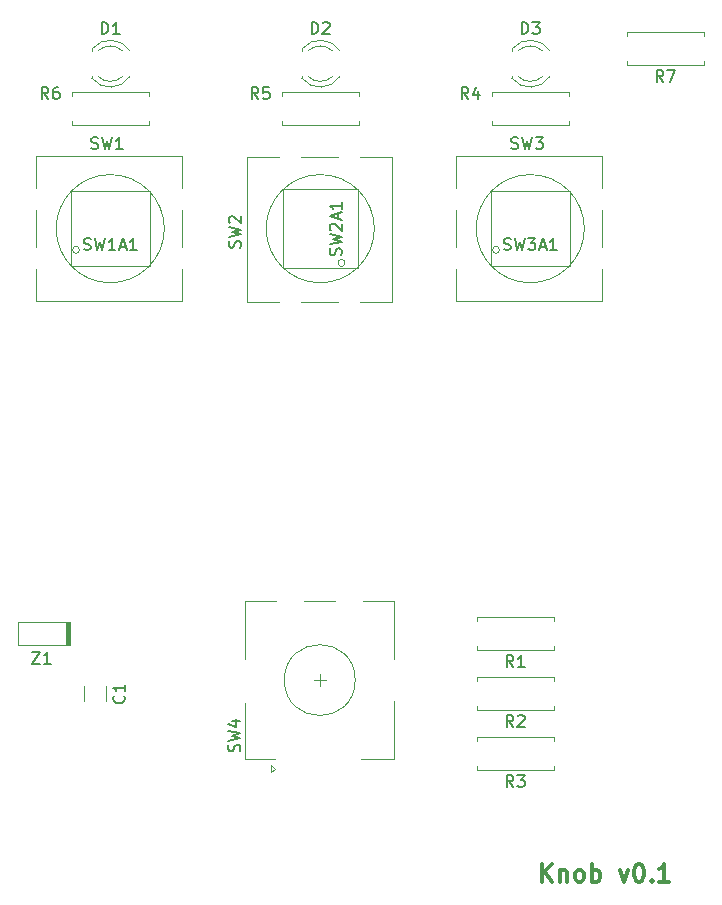
<source format=gbr>
%TF.GenerationSoftware,KiCad,Pcbnew,(5.1.9)-1*%
%TF.CreationDate,2021-06-17T08:41:36-07:00*%
%TF.ProjectId,knob_v1,6b6e6f62-5f76-4312-9e6b-696361645f70,rev?*%
%TF.SameCoordinates,Original*%
%TF.FileFunction,Legend,Top*%
%TF.FilePolarity,Positive*%
%FSLAX46Y46*%
G04 Gerber Fmt 4.6, Leading zero omitted, Abs format (unit mm)*
G04 Created by KiCad (PCBNEW (5.1.9)-1) date 2021-06-17 08:41:36*
%MOMM*%
%LPD*%
G01*
G04 APERTURE LIST*
%ADD10C,0.300000*%
%ADD11C,0.120000*%
%ADD12C,0.100000*%
%ADD13C,0.150000*%
G04 APERTURE END LIST*
D10*
X122912857Y-126408571D02*
X122912857Y-124908571D01*
X123770000Y-126408571D02*
X123127142Y-125551428D01*
X123770000Y-124908571D02*
X122912857Y-125765714D01*
X124412857Y-125408571D02*
X124412857Y-126408571D01*
X124412857Y-125551428D02*
X124484285Y-125480000D01*
X124627142Y-125408571D01*
X124841428Y-125408571D01*
X124984285Y-125480000D01*
X125055714Y-125622857D01*
X125055714Y-126408571D01*
X125984285Y-126408571D02*
X125841428Y-126337142D01*
X125770000Y-126265714D01*
X125698571Y-126122857D01*
X125698571Y-125694285D01*
X125770000Y-125551428D01*
X125841428Y-125480000D01*
X125984285Y-125408571D01*
X126198571Y-125408571D01*
X126341428Y-125480000D01*
X126412857Y-125551428D01*
X126484285Y-125694285D01*
X126484285Y-126122857D01*
X126412857Y-126265714D01*
X126341428Y-126337142D01*
X126198571Y-126408571D01*
X125984285Y-126408571D01*
X127127142Y-126408571D02*
X127127142Y-124908571D01*
X127127142Y-125480000D02*
X127270000Y-125408571D01*
X127555714Y-125408571D01*
X127698571Y-125480000D01*
X127770000Y-125551428D01*
X127841428Y-125694285D01*
X127841428Y-126122857D01*
X127770000Y-126265714D01*
X127698571Y-126337142D01*
X127555714Y-126408571D01*
X127270000Y-126408571D01*
X127127142Y-126337142D01*
X129484285Y-125408571D02*
X129841428Y-126408571D01*
X130198571Y-125408571D01*
X131055714Y-124908571D02*
X131198571Y-124908571D01*
X131341428Y-124980000D01*
X131412857Y-125051428D01*
X131484285Y-125194285D01*
X131555714Y-125480000D01*
X131555714Y-125837142D01*
X131484285Y-126122857D01*
X131412857Y-126265714D01*
X131341428Y-126337142D01*
X131198571Y-126408571D01*
X131055714Y-126408571D01*
X130912857Y-126337142D01*
X130841428Y-126265714D01*
X130770000Y-126122857D01*
X130698571Y-125837142D01*
X130698571Y-125480000D01*
X130770000Y-125194285D01*
X130841428Y-125051428D01*
X130912857Y-124980000D01*
X131055714Y-124908571D01*
X132198571Y-126265714D02*
X132270000Y-126337142D01*
X132198571Y-126408571D01*
X132127142Y-126337142D01*
X132198571Y-126265714D01*
X132198571Y-126408571D01*
X133698571Y-126408571D02*
X132841428Y-126408571D01*
X133270000Y-126408571D02*
X133270000Y-124908571D01*
X133127142Y-125122857D01*
X132984285Y-125265714D01*
X132841428Y-125337142D01*
D11*
%TO.C,R7*%
X136620000Y-56920000D02*
X136620000Y-57250000D01*
X136620000Y-57250000D02*
X130080000Y-57250000D01*
X130080000Y-57250000D02*
X130080000Y-56920000D01*
X136620000Y-54840000D02*
X136620000Y-54510000D01*
X136620000Y-54510000D02*
X130080000Y-54510000D01*
X130080000Y-54510000D02*
X130080000Y-54840000D01*
%TO.C,SW3A1*%
X125270000Y-67945000D02*
X118570000Y-67945000D01*
X118570000Y-67945000D02*
X118570000Y-74295000D01*
X118570000Y-74295000D02*
X125270000Y-74295000D01*
X125270000Y-67945000D02*
X125270000Y-74295000D01*
X119320000Y-72920000D02*
G75*
G03*
X119320000Y-72920000I-300000J0D01*
G01*
%TO.C,SW2A1*%
X100965000Y-67770000D02*
X100965000Y-74470000D01*
X100965000Y-74470000D02*
X107315000Y-74470000D01*
X107315000Y-74470000D02*
X107315000Y-67770000D01*
X100965000Y-67770000D02*
X107315000Y-67770000D01*
X106240000Y-74020000D02*
G75*
G03*
X106240000Y-74020000I-300000J0D01*
G01*
%TO.C,SW1A1*%
X89710000Y-67945000D02*
X83010000Y-67945000D01*
X83010000Y-67945000D02*
X83010000Y-74295000D01*
X83010000Y-74295000D02*
X89710000Y-74295000D01*
X89710000Y-67945000D02*
X89710000Y-74295000D01*
X83760000Y-72920000D02*
G75*
G03*
X83760000Y-72920000I-300000J0D01*
G01*
D12*
%TO.C,Z1*%
X82590000Y-106410000D02*
X82590000Y-104410000D01*
X82690000Y-106410000D02*
X82690000Y-104410000D01*
X82790000Y-106410000D02*
X82790000Y-104410000D01*
X82890000Y-106410000D02*
X82890000Y-104410000D01*
X82990000Y-106410000D02*
X82990000Y-104410000D01*
X78530000Y-104410000D02*
X82990000Y-104410000D01*
X78530000Y-106410000D02*
X78530000Y-104410000D01*
X82990000Y-106410000D02*
X78530000Y-106410000D01*
D11*
%TO.C,SW4*%
X107100000Y-109340000D02*
G75*
G03*
X107100000Y-109340000I-3000000J0D01*
G01*
X97800000Y-107540000D02*
X97800000Y-102640000D01*
X110400000Y-102640000D02*
X110400000Y-107540000D01*
X110400000Y-111140000D02*
X110400000Y-116040000D01*
X110400000Y-116040000D02*
X107600000Y-116040000D01*
X97800000Y-111240000D02*
X97800000Y-116040000D01*
X97800000Y-116040000D02*
X100300000Y-116040000D01*
X100300000Y-116840000D02*
X100000000Y-117140000D01*
X100000000Y-117140000D02*
X100000000Y-116540000D01*
X100000000Y-116540000D02*
X100300000Y-116840000D01*
X97800000Y-102640000D02*
X100400000Y-102640000D01*
X102800000Y-102640000D02*
X105400000Y-102640000D01*
X107800000Y-102640000D02*
X110400000Y-102640000D01*
X103600000Y-109340000D02*
X104600000Y-109340000D01*
X104100000Y-109840000D02*
X104100000Y-108840000D01*
%TO.C,D3*%
X120360000Y-58230000D02*
X120360000Y-58386000D01*
X120360000Y-55914000D02*
X120360000Y-56070000D01*
X122961130Y-58229837D02*
G75*
G02*
X120879039Y-58230000I-1041130J1079837D01*
G01*
X122961130Y-56070163D02*
G75*
G03*
X120879039Y-56070000I-1041130J-1079837D01*
G01*
X123592335Y-58228608D02*
G75*
G02*
X120360000Y-58385516I-1672335J1078608D01*
G01*
X123592335Y-56071392D02*
G75*
G03*
X120360000Y-55914484I-1672335J-1078608D01*
G01*
%TO.C,D2*%
X102580000Y-58230000D02*
X102580000Y-58386000D01*
X102580000Y-55914000D02*
X102580000Y-56070000D01*
X105181130Y-58229837D02*
G75*
G02*
X103099039Y-58230000I-1041130J1079837D01*
G01*
X105181130Y-56070163D02*
G75*
G03*
X103099039Y-56070000I-1041130J-1079837D01*
G01*
X105812335Y-58228608D02*
G75*
G02*
X102580000Y-58385516I-1672335J1078608D01*
G01*
X105812335Y-56071392D02*
G75*
G03*
X102580000Y-55914484I-1672335J-1078608D01*
G01*
%TO.C,D1*%
X84800000Y-58230000D02*
X84800000Y-58386000D01*
X84800000Y-55914000D02*
X84800000Y-56070000D01*
X87401130Y-58229837D02*
G75*
G02*
X85319039Y-58230000I-1041130J1079837D01*
G01*
X87401130Y-56070163D02*
G75*
G03*
X85319039Y-56070000I-1041130J-1079837D01*
G01*
X88032335Y-58228608D02*
G75*
G02*
X84800000Y-58385516I-1672335J1078608D01*
G01*
X88032335Y-56071392D02*
G75*
G03*
X84800000Y-55914484I-1672335J-1078608D01*
G01*
%TO.C,C1*%
X84170000Y-109881000D02*
X84170000Y-111139000D01*
X86010000Y-109881000D02*
X86010000Y-111139000D01*
%TO.C,R1*%
X123920000Y-106450000D02*
X123920000Y-106780000D01*
X123920000Y-106780000D02*
X117380000Y-106780000D01*
X117380000Y-106780000D02*
X117380000Y-106450000D01*
X123920000Y-104370000D02*
X123920000Y-104040000D01*
X123920000Y-104040000D02*
X117380000Y-104040000D01*
X117380000Y-104040000D02*
X117380000Y-104370000D01*
%TO.C,R2*%
X123920000Y-111530000D02*
X123920000Y-111860000D01*
X123920000Y-111860000D02*
X117380000Y-111860000D01*
X117380000Y-111860000D02*
X117380000Y-111530000D01*
X123920000Y-109450000D02*
X123920000Y-109120000D01*
X123920000Y-109120000D02*
X117380000Y-109120000D01*
X117380000Y-109120000D02*
X117380000Y-109450000D01*
%TO.C,R3*%
X117380000Y-114200000D02*
X117380000Y-114530000D01*
X123920000Y-114200000D02*
X117380000Y-114200000D01*
X123920000Y-114530000D02*
X123920000Y-114200000D01*
X117380000Y-116940000D02*
X117380000Y-116610000D01*
X123920000Y-116940000D02*
X117380000Y-116940000D01*
X123920000Y-116610000D02*
X123920000Y-116940000D01*
%TO.C,R4*%
X125190000Y-62330000D02*
X125190000Y-62000000D01*
X118650000Y-62330000D02*
X125190000Y-62330000D01*
X118650000Y-62000000D02*
X118650000Y-62330000D01*
X125190000Y-59590000D02*
X125190000Y-59920000D01*
X118650000Y-59590000D02*
X125190000Y-59590000D01*
X118650000Y-59920000D02*
X118650000Y-59590000D01*
%TO.C,R5*%
X107410000Y-62330000D02*
X107410000Y-62000000D01*
X100870000Y-62330000D02*
X107410000Y-62330000D01*
X100870000Y-62000000D02*
X100870000Y-62330000D01*
X107410000Y-59590000D02*
X107410000Y-59920000D01*
X100870000Y-59590000D02*
X107410000Y-59590000D01*
X100870000Y-59920000D02*
X100870000Y-59590000D01*
%TO.C,R6*%
X89630000Y-62330000D02*
X89630000Y-62000000D01*
X83090000Y-62330000D02*
X89630000Y-62330000D01*
X83090000Y-62000000D02*
X83090000Y-62330000D01*
X89630000Y-59590000D02*
X89630000Y-59920000D01*
X83090000Y-59590000D02*
X89630000Y-59590000D01*
X83090000Y-59920000D02*
X83090000Y-59590000D01*
%TO.C,SW1*%
X80110000Y-64930000D02*
X92410000Y-64930000D01*
X92410000Y-69510000D02*
X92410000Y-72650000D01*
X92410000Y-77230000D02*
X80110000Y-77230000D01*
X80110000Y-67650000D02*
X80110000Y-64930000D01*
X90939050Y-71120000D02*
G75*
G03*
X90939050Y-71120000I-4579050J0D01*
G01*
X80110000Y-77230000D02*
X80110000Y-74510000D01*
X80110000Y-72650000D02*
X80110000Y-69510000D01*
X92410000Y-74510000D02*
X92410000Y-77230000D01*
X92410000Y-64930000D02*
X92410000Y-67650000D01*
%TO.C,SW2*%
X97950000Y-65070000D02*
X100670000Y-65070000D01*
X107530000Y-65070000D02*
X110250000Y-65070000D01*
X105670000Y-77370000D02*
X102530000Y-77370000D01*
X110250000Y-77370000D02*
X107530000Y-77370000D01*
X108719050Y-71120000D02*
G75*
G03*
X108719050Y-71120000I-4579050J0D01*
G01*
X100670000Y-77370000D02*
X97950000Y-77370000D01*
X110250000Y-65070000D02*
X110250000Y-77370000D01*
X102530000Y-65070000D02*
X105670000Y-65070000D01*
X97950000Y-77370000D02*
X97950000Y-65070000D01*
%TO.C,SW3*%
X115670000Y-64930000D02*
X127970000Y-64930000D01*
X127970000Y-69510000D02*
X127970000Y-72650000D01*
X127970000Y-77230000D02*
X115670000Y-77230000D01*
X115670000Y-67650000D02*
X115670000Y-64930000D01*
X126499050Y-71120000D02*
G75*
G03*
X126499050Y-71120000I-4579050J0D01*
G01*
X115670000Y-77230000D02*
X115670000Y-74510000D01*
X115670000Y-72650000D02*
X115670000Y-69510000D01*
X127970000Y-74510000D02*
X127970000Y-77230000D01*
X127970000Y-64930000D02*
X127970000Y-67650000D01*
%TO.C,R7*%
D13*
X133183333Y-58702380D02*
X132850000Y-58226190D01*
X132611904Y-58702380D02*
X132611904Y-57702380D01*
X132992857Y-57702380D01*
X133088095Y-57750000D01*
X133135714Y-57797619D01*
X133183333Y-57892857D01*
X133183333Y-58035714D01*
X133135714Y-58130952D01*
X133088095Y-58178571D01*
X132992857Y-58226190D01*
X132611904Y-58226190D01*
X133516666Y-57702380D02*
X134183333Y-57702380D01*
X133754761Y-58702380D01*
%TO.C,SW3A1*%
X119681904Y-72874761D02*
X119824761Y-72922380D01*
X120062857Y-72922380D01*
X120158095Y-72874761D01*
X120205714Y-72827142D01*
X120253333Y-72731904D01*
X120253333Y-72636666D01*
X120205714Y-72541428D01*
X120158095Y-72493809D01*
X120062857Y-72446190D01*
X119872380Y-72398571D01*
X119777142Y-72350952D01*
X119729523Y-72303333D01*
X119681904Y-72208095D01*
X119681904Y-72112857D01*
X119729523Y-72017619D01*
X119777142Y-71970000D01*
X119872380Y-71922380D01*
X120110476Y-71922380D01*
X120253333Y-71970000D01*
X120586666Y-71922380D02*
X120824761Y-72922380D01*
X121015238Y-72208095D01*
X121205714Y-72922380D01*
X121443809Y-71922380D01*
X121729523Y-71922380D02*
X122348571Y-71922380D01*
X122015238Y-72303333D01*
X122158095Y-72303333D01*
X122253333Y-72350952D01*
X122300952Y-72398571D01*
X122348571Y-72493809D01*
X122348571Y-72731904D01*
X122300952Y-72827142D01*
X122253333Y-72874761D01*
X122158095Y-72922380D01*
X121872380Y-72922380D01*
X121777142Y-72874761D01*
X121729523Y-72827142D01*
X122729523Y-72636666D02*
X123205714Y-72636666D01*
X122634285Y-72922380D02*
X122967619Y-71922380D01*
X123300952Y-72922380D01*
X124158095Y-72922380D02*
X123586666Y-72922380D01*
X123872380Y-72922380D02*
X123872380Y-71922380D01*
X123777142Y-72065238D01*
X123681904Y-72160476D01*
X123586666Y-72208095D01*
%TO.C,SW2A1*%
X105894761Y-73358095D02*
X105942380Y-73215238D01*
X105942380Y-72977142D01*
X105894761Y-72881904D01*
X105847142Y-72834285D01*
X105751904Y-72786666D01*
X105656666Y-72786666D01*
X105561428Y-72834285D01*
X105513809Y-72881904D01*
X105466190Y-72977142D01*
X105418571Y-73167619D01*
X105370952Y-73262857D01*
X105323333Y-73310476D01*
X105228095Y-73358095D01*
X105132857Y-73358095D01*
X105037619Y-73310476D01*
X104990000Y-73262857D01*
X104942380Y-73167619D01*
X104942380Y-72929523D01*
X104990000Y-72786666D01*
X104942380Y-72453333D02*
X105942380Y-72215238D01*
X105228095Y-72024761D01*
X105942380Y-71834285D01*
X104942380Y-71596190D01*
X105037619Y-71262857D02*
X104990000Y-71215238D01*
X104942380Y-71120000D01*
X104942380Y-70881904D01*
X104990000Y-70786666D01*
X105037619Y-70739047D01*
X105132857Y-70691428D01*
X105228095Y-70691428D01*
X105370952Y-70739047D01*
X105942380Y-71310476D01*
X105942380Y-70691428D01*
X105656666Y-70310476D02*
X105656666Y-69834285D01*
X105942380Y-70405714D02*
X104942380Y-70072380D01*
X105942380Y-69739047D01*
X105942380Y-68881904D02*
X105942380Y-69453333D01*
X105942380Y-69167619D02*
X104942380Y-69167619D01*
X105085238Y-69262857D01*
X105180476Y-69358095D01*
X105228095Y-69453333D01*
%TO.C,SW1A1*%
X84121904Y-72874761D02*
X84264761Y-72922380D01*
X84502857Y-72922380D01*
X84598095Y-72874761D01*
X84645714Y-72827142D01*
X84693333Y-72731904D01*
X84693333Y-72636666D01*
X84645714Y-72541428D01*
X84598095Y-72493809D01*
X84502857Y-72446190D01*
X84312380Y-72398571D01*
X84217142Y-72350952D01*
X84169523Y-72303333D01*
X84121904Y-72208095D01*
X84121904Y-72112857D01*
X84169523Y-72017619D01*
X84217142Y-71970000D01*
X84312380Y-71922380D01*
X84550476Y-71922380D01*
X84693333Y-71970000D01*
X85026666Y-71922380D02*
X85264761Y-72922380D01*
X85455238Y-72208095D01*
X85645714Y-72922380D01*
X85883809Y-71922380D01*
X86788571Y-72922380D02*
X86217142Y-72922380D01*
X86502857Y-72922380D02*
X86502857Y-71922380D01*
X86407619Y-72065238D01*
X86312380Y-72160476D01*
X86217142Y-72208095D01*
X87169523Y-72636666D02*
X87645714Y-72636666D01*
X87074285Y-72922380D02*
X87407619Y-71922380D01*
X87740952Y-72922380D01*
X88598095Y-72922380D02*
X88026666Y-72922380D01*
X88312380Y-72922380D02*
X88312380Y-71922380D01*
X88217142Y-72065238D01*
X88121904Y-72160476D01*
X88026666Y-72208095D01*
%TO.C,Z1*%
X79730476Y-106962380D02*
X80397142Y-106962380D01*
X79730476Y-107962380D01*
X80397142Y-107962380D01*
X81301904Y-107962380D02*
X80730476Y-107962380D01*
X81016190Y-107962380D02*
X81016190Y-106962380D01*
X80920952Y-107105238D01*
X80825714Y-107200476D01*
X80730476Y-107248095D01*
%TO.C,SW4*%
X97304761Y-115373333D02*
X97352380Y-115230476D01*
X97352380Y-114992380D01*
X97304761Y-114897142D01*
X97257142Y-114849523D01*
X97161904Y-114801904D01*
X97066666Y-114801904D01*
X96971428Y-114849523D01*
X96923809Y-114897142D01*
X96876190Y-114992380D01*
X96828571Y-115182857D01*
X96780952Y-115278095D01*
X96733333Y-115325714D01*
X96638095Y-115373333D01*
X96542857Y-115373333D01*
X96447619Y-115325714D01*
X96400000Y-115278095D01*
X96352380Y-115182857D01*
X96352380Y-114944761D01*
X96400000Y-114801904D01*
X96352380Y-114468571D02*
X97352380Y-114230476D01*
X96638095Y-114040000D01*
X97352380Y-113849523D01*
X96352380Y-113611428D01*
X96685714Y-112801904D02*
X97352380Y-112801904D01*
X96304761Y-113040000D02*
X97019047Y-113278095D01*
X97019047Y-112659047D01*
%TO.C,D3*%
X121181904Y-54642380D02*
X121181904Y-53642380D01*
X121420000Y-53642380D01*
X121562857Y-53690000D01*
X121658095Y-53785238D01*
X121705714Y-53880476D01*
X121753333Y-54070952D01*
X121753333Y-54213809D01*
X121705714Y-54404285D01*
X121658095Y-54499523D01*
X121562857Y-54594761D01*
X121420000Y-54642380D01*
X121181904Y-54642380D01*
X122086666Y-53642380D02*
X122705714Y-53642380D01*
X122372380Y-54023333D01*
X122515238Y-54023333D01*
X122610476Y-54070952D01*
X122658095Y-54118571D01*
X122705714Y-54213809D01*
X122705714Y-54451904D01*
X122658095Y-54547142D01*
X122610476Y-54594761D01*
X122515238Y-54642380D01*
X122229523Y-54642380D01*
X122134285Y-54594761D01*
X122086666Y-54547142D01*
%TO.C,D2*%
X103401904Y-54642380D02*
X103401904Y-53642380D01*
X103640000Y-53642380D01*
X103782857Y-53690000D01*
X103878095Y-53785238D01*
X103925714Y-53880476D01*
X103973333Y-54070952D01*
X103973333Y-54213809D01*
X103925714Y-54404285D01*
X103878095Y-54499523D01*
X103782857Y-54594761D01*
X103640000Y-54642380D01*
X103401904Y-54642380D01*
X104354285Y-53737619D02*
X104401904Y-53690000D01*
X104497142Y-53642380D01*
X104735238Y-53642380D01*
X104830476Y-53690000D01*
X104878095Y-53737619D01*
X104925714Y-53832857D01*
X104925714Y-53928095D01*
X104878095Y-54070952D01*
X104306666Y-54642380D01*
X104925714Y-54642380D01*
%TO.C,D1*%
X85621904Y-54642380D02*
X85621904Y-53642380D01*
X85860000Y-53642380D01*
X86002857Y-53690000D01*
X86098095Y-53785238D01*
X86145714Y-53880476D01*
X86193333Y-54070952D01*
X86193333Y-54213809D01*
X86145714Y-54404285D01*
X86098095Y-54499523D01*
X86002857Y-54594761D01*
X85860000Y-54642380D01*
X85621904Y-54642380D01*
X87145714Y-54642380D02*
X86574285Y-54642380D01*
X86860000Y-54642380D02*
X86860000Y-53642380D01*
X86764761Y-53785238D01*
X86669523Y-53880476D01*
X86574285Y-53928095D01*
%TO.C,C1*%
X87497142Y-110676666D02*
X87544761Y-110724285D01*
X87592380Y-110867142D01*
X87592380Y-110962380D01*
X87544761Y-111105238D01*
X87449523Y-111200476D01*
X87354285Y-111248095D01*
X87163809Y-111295714D01*
X87020952Y-111295714D01*
X86830476Y-111248095D01*
X86735238Y-111200476D01*
X86640000Y-111105238D01*
X86592380Y-110962380D01*
X86592380Y-110867142D01*
X86640000Y-110724285D01*
X86687619Y-110676666D01*
X87592380Y-109724285D02*
X87592380Y-110295714D01*
X87592380Y-110010000D02*
X86592380Y-110010000D01*
X86735238Y-110105238D01*
X86830476Y-110200476D01*
X86878095Y-110295714D01*
%TO.C,R1*%
X120483333Y-108232380D02*
X120150000Y-107756190D01*
X119911904Y-108232380D02*
X119911904Y-107232380D01*
X120292857Y-107232380D01*
X120388095Y-107280000D01*
X120435714Y-107327619D01*
X120483333Y-107422857D01*
X120483333Y-107565714D01*
X120435714Y-107660952D01*
X120388095Y-107708571D01*
X120292857Y-107756190D01*
X119911904Y-107756190D01*
X121435714Y-108232380D02*
X120864285Y-108232380D01*
X121150000Y-108232380D02*
X121150000Y-107232380D01*
X121054761Y-107375238D01*
X120959523Y-107470476D01*
X120864285Y-107518095D01*
%TO.C,R2*%
X120483333Y-113312380D02*
X120150000Y-112836190D01*
X119911904Y-113312380D02*
X119911904Y-112312380D01*
X120292857Y-112312380D01*
X120388095Y-112360000D01*
X120435714Y-112407619D01*
X120483333Y-112502857D01*
X120483333Y-112645714D01*
X120435714Y-112740952D01*
X120388095Y-112788571D01*
X120292857Y-112836190D01*
X119911904Y-112836190D01*
X120864285Y-112407619D02*
X120911904Y-112360000D01*
X121007142Y-112312380D01*
X121245238Y-112312380D01*
X121340476Y-112360000D01*
X121388095Y-112407619D01*
X121435714Y-112502857D01*
X121435714Y-112598095D01*
X121388095Y-112740952D01*
X120816666Y-113312380D01*
X121435714Y-113312380D01*
%TO.C,R3*%
X120483333Y-118392380D02*
X120150000Y-117916190D01*
X119911904Y-118392380D02*
X119911904Y-117392380D01*
X120292857Y-117392380D01*
X120388095Y-117440000D01*
X120435714Y-117487619D01*
X120483333Y-117582857D01*
X120483333Y-117725714D01*
X120435714Y-117820952D01*
X120388095Y-117868571D01*
X120292857Y-117916190D01*
X119911904Y-117916190D01*
X120816666Y-117392380D02*
X121435714Y-117392380D01*
X121102380Y-117773333D01*
X121245238Y-117773333D01*
X121340476Y-117820952D01*
X121388095Y-117868571D01*
X121435714Y-117963809D01*
X121435714Y-118201904D01*
X121388095Y-118297142D01*
X121340476Y-118344761D01*
X121245238Y-118392380D01*
X120959523Y-118392380D01*
X120864285Y-118344761D01*
X120816666Y-118297142D01*
%TO.C,R4*%
X116673333Y-60142380D02*
X116340000Y-59666190D01*
X116101904Y-60142380D02*
X116101904Y-59142380D01*
X116482857Y-59142380D01*
X116578095Y-59190000D01*
X116625714Y-59237619D01*
X116673333Y-59332857D01*
X116673333Y-59475714D01*
X116625714Y-59570952D01*
X116578095Y-59618571D01*
X116482857Y-59666190D01*
X116101904Y-59666190D01*
X117530476Y-59475714D02*
X117530476Y-60142380D01*
X117292380Y-59094761D02*
X117054285Y-59809047D01*
X117673333Y-59809047D01*
%TO.C,R5*%
X98893333Y-60142380D02*
X98560000Y-59666190D01*
X98321904Y-60142380D02*
X98321904Y-59142380D01*
X98702857Y-59142380D01*
X98798095Y-59190000D01*
X98845714Y-59237619D01*
X98893333Y-59332857D01*
X98893333Y-59475714D01*
X98845714Y-59570952D01*
X98798095Y-59618571D01*
X98702857Y-59666190D01*
X98321904Y-59666190D01*
X99798095Y-59142380D02*
X99321904Y-59142380D01*
X99274285Y-59618571D01*
X99321904Y-59570952D01*
X99417142Y-59523333D01*
X99655238Y-59523333D01*
X99750476Y-59570952D01*
X99798095Y-59618571D01*
X99845714Y-59713809D01*
X99845714Y-59951904D01*
X99798095Y-60047142D01*
X99750476Y-60094761D01*
X99655238Y-60142380D01*
X99417142Y-60142380D01*
X99321904Y-60094761D01*
X99274285Y-60047142D01*
%TO.C,R6*%
X81113333Y-60142380D02*
X80780000Y-59666190D01*
X80541904Y-60142380D02*
X80541904Y-59142380D01*
X80922857Y-59142380D01*
X81018095Y-59190000D01*
X81065714Y-59237619D01*
X81113333Y-59332857D01*
X81113333Y-59475714D01*
X81065714Y-59570952D01*
X81018095Y-59618571D01*
X80922857Y-59666190D01*
X80541904Y-59666190D01*
X81970476Y-59142380D02*
X81780000Y-59142380D01*
X81684761Y-59190000D01*
X81637142Y-59237619D01*
X81541904Y-59380476D01*
X81494285Y-59570952D01*
X81494285Y-59951904D01*
X81541904Y-60047142D01*
X81589523Y-60094761D01*
X81684761Y-60142380D01*
X81875238Y-60142380D01*
X81970476Y-60094761D01*
X82018095Y-60047142D01*
X82065714Y-59951904D01*
X82065714Y-59713809D01*
X82018095Y-59618571D01*
X81970476Y-59570952D01*
X81875238Y-59523333D01*
X81684761Y-59523333D01*
X81589523Y-59570952D01*
X81541904Y-59618571D01*
X81494285Y-59713809D01*
%TO.C,SW1*%
X84756666Y-64324761D02*
X84899523Y-64372380D01*
X85137619Y-64372380D01*
X85232857Y-64324761D01*
X85280476Y-64277142D01*
X85328095Y-64181904D01*
X85328095Y-64086666D01*
X85280476Y-63991428D01*
X85232857Y-63943809D01*
X85137619Y-63896190D01*
X84947142Y-63848571D01*
X84851904Y-63800952D01*
X84804285Y-63753333D01*
X84756666Y-63658095D01*
X84756666Y-63562857D01*
X84804285Y-63467619D01*
X84851904Y-63420000D01*
X84947142Y-63372380D01*
X85185238Y-63372380D01*
X85328095Y-63420000D01*
X85661428Y-63372380D02*
X85899523Y-64372380D01*
X86090000Y-63658095D01*
X86280476Y-64372380D01*
X86518571Y-63372380D01*
X87423333Y-64372380D02*
X86851904Y-64372380D01*
X87137619Y-64372380D02*
X87137619Y-63372380D01*
X87042380Y-63515238D01*
X86947142Y-63610476D01*
X86851904Y-63658095D01*
%TO.C,SW2*%
X97344761Y-72723333D02*
X97392380Y-72580476D01*
X97392380Y-72342380D01*
X97344761Y-72247142D01*
X97297142Y-72199523D01*
X97201904Y-72151904D01*
X97106666Y-72151904D01*
X97011428Y-72199523D01*
X96963809Y-72247142D01*
X96916190Y-72342380D01*
X96868571Y-72532857D01*
X96820952Y-72628095D01*
X96773333Y-72675714D01*
X96678095Y-72723333D01*
X96582857Y-72723333D01*
X96487619Y-72675714D01*
X96440000Y-72628095D01*
X96392380Y-72532857D01*
X96392380Y-72294761D01*
X96440000Y-72151904D01*
X96392380Y-71818571D02*
X97392380Y-71580476D01*
X96678095Y-71390000D01*
X97392380Y-71199523D01*
X96392380Y-70961428D01*
X96487619Y-70628095D02*
X96440000Y-70580476D01*
X96392380Y-70485238D01*
X96392380Y-70247142D01*
X96440000Y-70151904D01*
X96487619Y-70104285D01*
X96582857Y-70056666D01*
X96678095Y-70056666D01*
X96820952Y-70104285D01*
X97392380Y-70675714D01*
X97392380Y-70056666D01*
%TO.C,SW3*%
X120316666Y-64324761D02*
X120459523Y-64372380D01*
X120697619Y-64372380D01*
X120792857Y-64324761D01*
X120840476Y-64277142D01*
X120888095Y-64181904D01*
X120888095Y-64086666D01*
X120840476Y-63991428D01*
X120792857Y-63943809D01*
X120697619Y-63896190D01*
X120507142Y-63848571D01*
X120411904Y-63800952D01*
X120364285Y-63753333D01*
X120316666Y-63658095D01*
X120316666Y-63562857D01*
X120364285Y-63467619D01*
X120411904Y-63420000D01*
X120507142Y-63372380D01*
X120745238Y-63372380D01*
X120888095Y-63420000D01*
X121221428Y-63372380D02*
X121459523Y-64372380D01*
X121650000Y-63658095D01*
X121840476Y-64372380D01*
X122078571Y-63372380D01*
X122364285Y-63372380D02*
X122983333Y-63372380D01*
X122650000Y-63753333D01*
X122792857Y-63753333D01*
X122888095Y-63800952D01*
X122935714Y-63848571D01*
X122983333Y-63943809D01*
X122983333Y-64181904D01*
X122935714Y-64277142D01*
X122888095Y-64324761D01*
X122792857Y-64372380D01*
X122507142Y-64372380D01*
X122411904Y-64324761D01*
X122364285Y-64277142D01*
%TD*%
M02*

</source>
